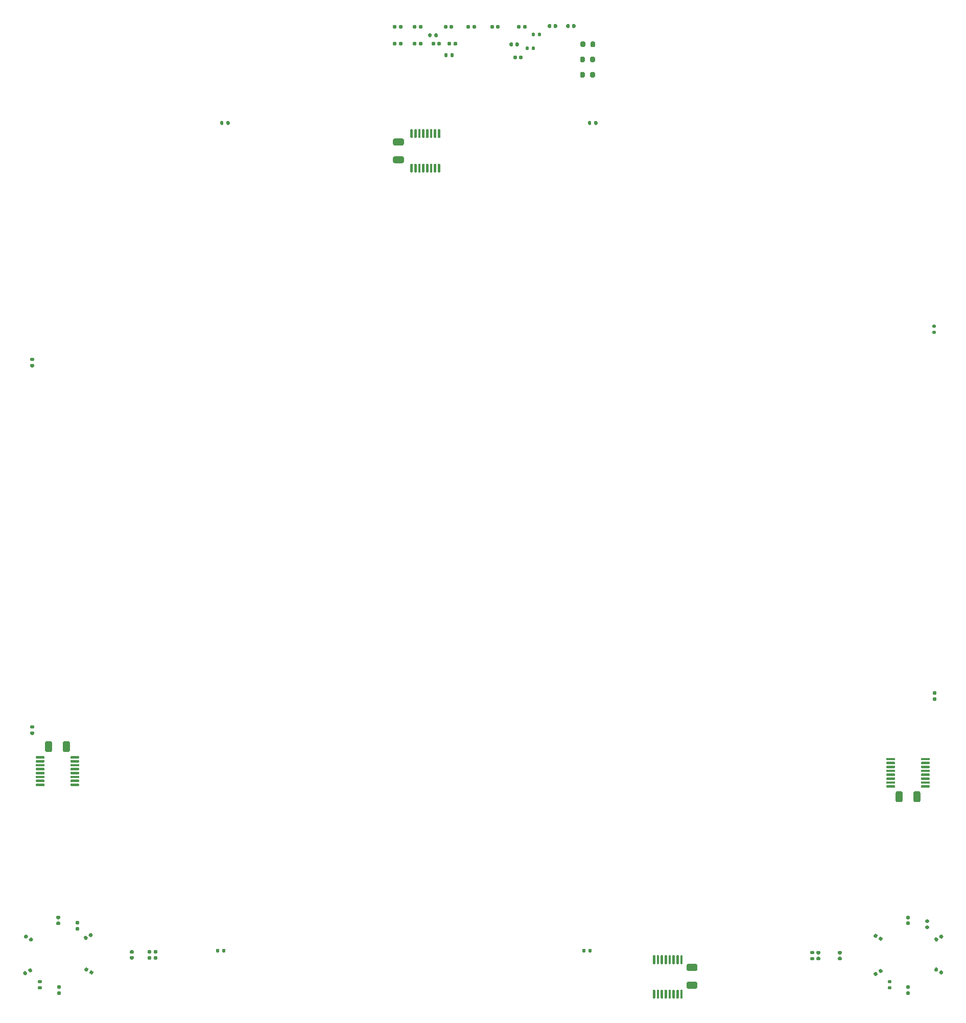
<source format=gbr>
G04 #@! TF.GenerationSoftware,KiCad,Pcbnew,(5.1.9)-1*
G04 #@! TF.CreationDate,2021-08-15T10:09:09-06:00*
G04 #@! TF.ProjectId,Buttons_DDI,42757474-6f6e-4735-9f44-44492e6b6963,rev?*
G04 #@! TF.SameCoordinates,Original*
G04 #@! TF.FileFunction,Paste,Top*
G04 #@! TF.FilePolarity,Positive*
%FSLAX46Y46*%
G04 Gerber Fmt 4.6, Leading zero omitted, Abs format (unit mm)*
G04 Created by KiCad (PCBNEW (5.1.9)-1) date 2021-08-15 10:09:09*
%MOMM*%
%LPD*%
G01*
G04 APERTURE LIST*
G04 APERTURE END LIST*
G36*
G01*
X225474926Y229730564D02*
X225474926Y230280564D01*
G75*
G02*
X225674926Y230480564I200000J0D01*
G01*
X226074926Y230480564D01*
G75*
G02*
X226274926Y230280564I0J-200000D01*
G01*
X226274926Y229730564D01*
G75*
G02*
X226074926Y229530564I-200000J0D01*
G01*
X225674926Y229530564D01*
G75*
G02*
X225474926Y229730564I0J200000D01*
G01*
G37*
G36*
G01*
X223824926Y229730564D02*
X223824926Y230280564D01*
G75*
G02*
X224024926Y230480564I200000J0D01*
G01*
X224424926Y230480564D01*
G75*
G02*
X224624926Y230280564I0J-200000D01*
G01*
X224624926Y229730564D01*
G75*
G02*
X224424926Y229530564I-200000J0D01*
G01*
X224024926Y229530564D01*
G75*
G02*
X223824926Y229730564I0J200000D01*
G01*
G37*
G36*
G01*
X193009690Y211419824D02*
X194309692Y211419824D01*
G75*
G02*
X194559691Y211169825I0J-249999D01*
G01*
X194559691Y210519823D01*
G75*
G02*
X194309692Y210269824I-249999J0D01*
G01*
X193009690Y210269824D01*
G75*
G02*
X192759691Y210519823I0J249999D01*
G01*
X192759691Y211169825D01*
G75*
G02*
X193009690Y211419824I249999J0D01*
G01*
G37*
G36*
G01*
X193009690Y214369824D02*
X194309692Y214369824D01*
G75*
G02*
X194559691Y214119825I0J-249999D01*
G01*
X194559691Y213469823D01*
G75*
G02*
X194309692Y213219824I-249999J0D01*
G01*
X193009690Y213219824D01*
G75*
G02*
X192759691Y213469823I0J249999D01*
G01*
X192759691Y214119825D01*
G75*
G02*
X193009690Y214369824I249999J0D01*
G01*
G37*
G36*
G01*
X139194691Y114163825D02*
X139194691Y112863823D01*
G75*
G02*
X138944692Y112613824I-249999J0D01*
G01*
X138294690Y112613824D01*
G75*
G02*
X138044691Y112863823I0J249999D01*
G01*
X138044691Y114163825D01*
G75*
G02*
X138294690Y114413824I249999J0D01*
G01*
X138944692Y114413824D01*
G75*
G02*
X139194691Y114163825I0J-249999D01*
G01*
G37*
G36*
G01*
X136244691Y114163825D02*
X136244691Y112863823D01*
G75*
G02*
X135994692Y112613824I-249999J0D01*
G01*
X135344690Y112613824D01*
G75*
G02*
X135094691Y112863823I0J249999D01*
G01*
X135094691Y114163825D01*
G75*
G02*
X135344690Y114413824I249999J0D01*
G01*
X135994692Y114413824D01*
G75*
G02*
X136244691Y114163825I0J-249999D01*
G01*
G37*
G36*
G01*
X242950692Y76313824D02*
X241650690Y76313824D01*
G75*
G02*
X241400691Y76563823I0J249999D01*
G01*
X241400691Y77213825D01*
G75*
G02*
X241650690Y77463824I249999J0D01*
G01*
X242950692Y77463824D01*
G75*
G02*
X243200691Y77213825I0J-249999D01*
G01*
X243200691Y76563823D01*
G75*
G02*
X242950692Y76313824I-249999J0D01*
G01*
G37*
G36*
G01*
X242950692Y73363824D02*
X241650690Y73363824D01*
G75*
G02*
X241400691Y73613823I0J249999D01*
G01*
X241400691Y74263825D01*
G75*
G02*
X241650690Y74513824I249999J0D01*
G01*
X242950692Y74513824D01*
G75*
G02*
X243200691Y74263825I0J-249999D01*
G01*
X243200691Y73613823D01*
G75*
G02*
X242950692Y73363824I-249999J0D01*
G01*
G37*
G36*
G01*
X276064691Y104545323D02*
X276064691Y105845325D01*
G75*
G02*
X276314690Y106095324I249999J0D01*
G01*
X276964692Y106095324D01*
G75*
G02*
X277214691Y105845325I0J-249999D01*
G01*
X277214691Y104545323D01*
G75*
G02*
X276964692Y104295324I-249999J0D01*
G01*
X276314690Y104295324D01*
G75*
G02*
X276064691Y104545323I0J249999D01*
G01*
G37*
G36*
G01*
X279014691Y104545323D02*
X279014691Y105845325D01*
G75*
G02*
X279264690Y106095324I249999J0D01*
G01*
X279914692Y106095324D01*
G75*
G02*
X280164691Y105845325I0J-249999D01*
G01*
X280164691Y104545323D01*
G75*
G02*
X279914692Y104295324I-249999J0D01*
G01*
X279264690Y104295324D01*
G75*
G02*
X279014691Y104545323I0J249999D01*
G01*
G37*
G36*
G01*
X194312691Y233066324D02*
X194312691Y232721324D01*
G75*
G02*
X194165191Y232573824I-147500J0D01*
G01*
X193870191Y232573824D01*
G75*
G02*
X193722691Y232721324I0J147500D01*
G01*
X193722691Y233066324D01*
G75*
G02*
X193870191Y233213824I147500J0D01*
G01*
X194165191Y233213824D01*
G75*
G02*
X194312691Y233066324I0J-147500D01*
G01*
G37*
G36*
G01*
X193342691Y233066324D02*
X193342691Y232721324D01*
G75*
G02*
X193195191Y232573824I-147500J0D01*
G01*
X192900191Y232573824D01*
G75*
G02*
X192752691Y232721324I0J147500D01*
G01*
X192752691Y233066324D01*
G75*
G02*
X192900191Y233213824I147500J0D01*
G01*
X193195191Y233213824D01*
G75*
G02*
X193342691Y233066324I0J-147500D01*
G01*
G37*
G36*
G01*
X196644691Y233066324D02*
X196644691Y232721324D01*
G75*
G02*
X196497191Y232573824I-147500J0D01*
G01*
X196202191Y232573824D01*
G75*
G02*
X196054691Y232721324I0J147500D01*
G01*
X196054691Y233066324D01*
G75*
G02*
X196202191Y233213824I147500J0D01*
G01*
X196497191Y233213824D01*
G75*
G02*
X196644691Y233066324I0J-147500D01*
G01*
G37*
G36*
G01*
X197614691Y233066324D02*
X197614691Y232721324D01*
G75*
G02*
X197467191Y232573824I-147500J0D01*
G01*
X197172191Y232573824D01*
G75*
G02*
X197024691Y232721324I0J147500D01*
G01*
X197024691Y233066324D01*
G75*
G02*
X197172191Y233213824I147500J0D01*
G01*
X197467191Y233213824D01*
G75*
G02*
X197614691Y233066324I0J-147500D01*
G01*
G37*
G36*
G01*
X202717691Y233066324D02*
X202717691Y232721324D01*
G75*
G02*
X202570191Y232573824I-147500J0D01*
G01*
X202275191Y232573824D01*
G75*
G02*
X202127691Y232721324I0J147500D01*
G01*
X202127691Y233066324D01*
G75*
G02*
X202275191Y233213824I147500J0D01*
G01*
X202570191Y233213824D01*
G75*
G02*
X202717691Y233066324I0J-147500D01*
G01*
G37*
G36*
G01*
X201747691Y233066324D02*
X201747691Y232721324D01*
G75*
G02*
X201600191Y232573824I-147500J0D01*
G01*
X201305191Y232573824D01*
G75*
G02*
X201157691Y232721324I0J147500D01*
G01*
X201157691Y233066324D01*
G75*
G02*
X201305191Y233213824I147500J0D01*
G01*
X201600191Y233213824D01*
G75*
G02*
X201747691Y233066324I0J-147500D01*
G01*
G37*
G36*
G01*
X205534691Y233066324D02*
X205534691Y232721324D01*
G75*
G02*
X205387191Y232573824I-147500J0D01*
G01*
X205092191Y232573824D01*
G75*
G02*
X204944691Y232721324I0J147500D01*
G01*
X204944691Y233066324D01*
G75*
G02*
X205092191Y233213824I147500J0D01*
G01*
X205387191Y233213824D01*
G75*
G02*
X205534691Y233066324I0J-147500D01*
G01*
G37*
G36*
G01*
X206504691Y233066324D02*
X206504691Y232721324D01*
G75*
G02*
X206357191Y232573824I-147500J0D01*
G01*
X206062191Y232573824D01*
G75*
G02*
X205914691Y232721324I0J147500D01*
G01*
X205914691Y233066324D01*
G75*
G02*
X206062191Y233213824I147500J0D01*
G01*
X206357191Y233213824D01*
G75*
G02*
X206504691Y233066324I0J-147500D01*
G01*
G37*
G36*
G01*
X194312691Y230272324D02*
X194312691Y229927324D01*
G75*
G02*
X194165191Y229779824I-147500J0D01*
G01*
X193870191Y229779824D01*
G75*
G02*
X193722691Y229927324I0J147500D01*
G01*
X193722691Y230272324D01*
G75*
G02*
X193870191Y230419824I147500J0D01*
G01*
X194165191Y230419824D01*
G75*
G02*
X194312691Y230272324I0J-147500D01*
G01*
G37*
G36*
G01*
X193342691Y230272324D02*
X193342691Y229927324D01*
G75*
G02*
X193195191Y229779824I-147500J0D01*
G01*
X192900191Y229779824D01*
G75*
G02*
X192752691Y229927324I0J147500D01*
G01*
X192752691Y230272324D01*
G75*
G02*
X192900191Y230419824I147500J0D01*
G01*
X193195191Y230419824D01*
G75*
G02*
X193342691Y230272324I0J-147500D01*
G01*
G37*
G36*
G01*
X197614691Y230272324D02*
X197614691Y229927324D01*
G75*
G02*
X197467191Y229779824I-147500J0D01*
G01*
X197172191Y229779824D01*
G75*
G02*
X197024691Y229927324I0J147500D01*
G01*
X197024691Y230272324D01*
G75*
G02*
X197172191Y230419824I147500J0D01*
G01*
X197467191Y230419824D01*
G75*
G02*
X197614691Y230272324I0J-147500D01*
G01*
G37*
G36*
G01*
X196644691Y230272324D02*
X196644691Y229927324D01*
G75*
G02*
X196497191Y229779824I-147500J0D01*
G01*
X196202191Y229779824D01*
G75*
G02*
X196054691Y229927324I0J147500D01*
G01*
X196054691Y230272324D01*
G75*
G02*
X196202191Y230419824I147500J0D01*
G01*
X196497191Y230419824D01*
G75*
G02*
X196644691Y230272324I0J-147500D01*
G01*
G37*
G36*
G01*
X200685691Y230272324D02*
X200685691Y229927324D01*
G75*
G02*
X200538191Y229779824I-147500J0D01*
G01*
X200243191Y229779824D01*
G75*
G02*
X200095691Y229927324I0J147500D01*
G01*
X200095691Y230272324D01*
G75*
G02*
X200243191Y230419824I147500J0D01*
G01*
X200538191Y230419824D01*
G75*
G02*
X200685691Y230272324I0J-147500D01*
G01*
G37*
G36*
G01*
X199715691Y230272324D02*
X199715691Y229927324D01*
G75*
G02*
X199568191Y229779824I-147500J0D01*
G01*
X199273191Y229779824D01*
G75*
G02*
X199125691Y229927324I0J147500D01*
G01*
X199125691Y230272324D01*
G75*
G02*
X199273191Y230419824I147500J0D01*
G01*
X199568191Y230419824D01*
G75*
G02*
X199715691Y230272324I0J-147500D01*
G01*
G37*
G36*
G01*
X202382691Y230272324D02*
X202382691Y229927324D01*
G75*
G02*
X202235191Y229779824I-147500J0D01*
G01*
X201940191Y229779824D01*
G75*
G02*
X201792691Y229927324I0J147500D01*
G01*
X201792691Y230272324D01*
G75*
G02*
X201940191Y230419824I147500J0D01*
G01*
X202235191Y230419824D01*
G75*
G02*
X202382691Y230272324I0J-147500D01*
G01*
G37*
G36*
G01*
X203352691Y230272324D02*
X203352691Y229927324D01*
G75*
G02*
X203205191Y229779824I-147500J0D01*
G01*
X202910191Y229779824D01*
G75*
G02*
X202762691Y229927324I0J147500D01*
G01*
X202762691Y230272324D01*
G75*
G02*
X202910191Y230419824I147500J0D01*
G01*
X203205191Y230419824D01*
G75*
G02*
X203352691Y230272324I0J-147500D01*
G01*
G37*
G36*
G01*
X222424691Y232848324D02*
X222424691Y233193324D01*
G75*
G02*
X222572191Y233340824I147500J0D01*
G01*
X222867191Y233340824D01*
G75*
G02*
X223014691Y233193324I0J-147500D01*
G01*
X223014691Y232848324D01*
G75*
G02*
X222867191Y232700824I-147500J0D01*
G01*
X222572191Y232700824D01*
G75*
G02*
X222424691Y232848324I0J147500D01*
G01*
G37*
G36*
G01*
X221454691Y232848324D02*
X221454691Y233193324D01*
G75*
G02*
X221602191Y233340824I147500J0D01*
G01*
X221897191Y233340824D01*
G75*
G02*
X222044691Y233193324I0J-147500D01*
G01*
X222044691Y232848324D01*
G75*
G02*
X221897191Y232700824I-147500J0D01*
G01*
X221602191Y232700824D01*
G75*
G02*
X221454691Y232848324I0J147500D01*
G01*
G37*
G36*
G01*
X218406691Y232848324D02*
X218406691Y233193324D01*
G75*
G02*
X218554191Y233340824I147500J0D01*
G01*
X218849191Y233340824D01*
G75*
G02*
X218996691Y233193324I0J-147500D01*
G01*
X218996691Y232848324D01*
G75*
G02*
X218849191Y232700824I-147500J0D01*
G01*
X218554191Y232700824D01*
G75*
G02*
X218406691Y232848324I0J147500D01*
G01*
G37*
G36*
G01*
X219376691Y232848324D02*
X219376691Y233193324D01*
G75*
G02*
X219524191Y233340824I147500J0D01*
G01*
X219819191Y233340824D01*
G75*
G02*
X219966691Y233193324I0J-147500D01*
G01*
X219966691Y232848324D01*
G75*
G02*
X219819191Y232700824I-147500J0D01*
G01*
X219524191Y232700824D01*
G75*
G02*
X219376691Y232848324I0J147500D01*
G01*
G37*
G36*
G01*
X214296691Y232721324D02*
X214296691Y233066324D01*
G75*
G02*
X214444191Y233213824I147500J0D01*
G01*
X214739191Y233213824D01*
G75*
G02*
X214886691Y233066324I0J-147500D01*
G01*
X214886691Y232721324D01*
G75*
G02*
X214739191Y232573824I-147500J0D01*
G01*
X214444191Y232573824D01*
G75*
G02*
X214296691Y232721324I0J147500D01*
G01*
G37*
G36*
G01*
X213326691Y232721324D02*
X213326691Y233066324D01*
G75*
G02*
X213474191Y233213824I147500J0D01*
G01*
X213769191Y233213824D01*
G75*
G02*
X213916691Y233066324I0J-147500D01*
G01*
X213916691Y232721324D01*
G75*
G02*
X213769191Y232573824I-147500J0D01*
G01*
X213474191Y232573824D01*
G75*
G02*
X213326691Y232721324I0J147500D01*
G01*
G37*
G36*
G01*
X208881691Y232721324D02*
X208881691Y233066324D01*
G75*
G02*
X209029191Y233213824I147500J0D01*
G01*
X209324191Y233213824D01*
G75*
G02*
X209471691Y233066324I0J-147500D01*
G01*
X209471691Y232721324D01*
G75*
G02*
X209324191Y232573824I-147500J0D01*
G01*
X209029191Y232573824D01*
G75*
G02*
X208881691Y232721324I0J147500D01*
G01*
G37*
G36*
G01*
X209851691Y232721324D02*
X209851691Y233066324D01*
G75*
G02*
X209999191Y233213824I147500J0D01*
G01*
X210294191Y233213824D01*
G75*
G02*
X210441691Y233066324I0J-147500D01*
G01*
X210441691Y232721324D01*
G75*
G02*
X210294191Y232573824I-147500J0D01*
G01*
X209999191Y232573824D01*
G75*
G02*
X209851691Y232721324I0J147500D01*
G01*
G37*
G36*
G01*
X213661691Y227641324D02*
X213661691Y227986324D01*
G75*
G02*
X213809191Y228133824I147500J0D01*
G01*
X214104191Y228133824D01*
G75*
G02*
X214251691Y227986324I0J-147500D01*
G01*
X214251691Y227641324D01*
G75*
G02*
X214104191Y227493824I-147500J0D01*
G01*
X213809191Y227493824D01*
G75*
G02*
X213661691Y227641324I0J147500D01*
G01*
G37*
G36*
G01*
X212691691Y227641324D02*
X212691691Y227986324D01*
G75*
G02*
X212839191Y228133824I147500J0D01*
G01*
X213134191Y228133824D01*
G75*
G02*
X213281691Y227986324I0J-147500D01*
G01*
X213281691Y227641324D01*
G75*
G02*
X213134191Y227493824I-147500J0D01*
G01*
X212839191Y227493824D01*
G75*
G02*
X212691691Y227641324I0J147500D01*
G01*
G37*
G36*
G01*
X213616691Y230145324D02*
X213616691Y229800324D01*
G75*
G02*
X213469191Y229652824I-147500J0D01*
G01*
X213174191Y229652824D01*
G75*
G02*
X213026691Y229800324I0J147500D01*
G01*
X213026691Y230145324D01*
G75*
G02*
X213174191Y230292824I147500J0D01*
G01*
X213469191Y230292824D01*
G75*
G02*
X213616691Y230145324I0J-147500D01*
G01*
G37*
G36*
G01*
X212646691Y230145324D02*
X212646691Y229800324D01*
G75*
G02*
X212499191Y229652824I-147500J0D01*
G01*
X212204191Y229652824D01*
G75*
G02*
X212056691Y229800324I0J147500D01*
G01*
X212056691Y230145324D01*
G75*
G02*
X212204191Y230292824I147500J0D01*
G01*
X212499191Y230292824D01*
G75*
G02*
X212646691Y230145324I0J-147500D01*
G01*
G37*
G36*
G01*
X137444191Y83904824D02*
X137099191Y83904824D01*
G75*
G02*
X136951691Y84052324I0J147500D01*
G01*
X136951691Y84347324D01*
G75*
G02*
X137099191Y84494824I147500J0D01*
G01*
X137444191Y84494824D01*
G75*
G02*
X137591691Y84347324I0J-147500D01*
G01*
X137591691Y84052324D01*
G75*
G02*
X137444191Y83904824I-147500J0D01*
G01*
G37*
G36*
G01*
X137444191Y84874824D02*
X137099191Y84874824D01*
G75*
G02*
X136951691Y85022324I0J147500D01*
G01*
X136951691Y85317324D01*
G75*
G02*
X137099191Y85464824I147500J0D01*
G01*
X137444191Y85464824D01*
G75*
G02*
X137591691Y85317324I0J-147500D01*
G01*
X137591691Y85022324D01*
G75*
G02*
X137444191Y84874824I-147500J0D01*
G01*
G37*
G36*
G01*
X132240397Y82008213D02*
X132067897Y81709435D01*
G75*
G02*
X131866408Y81655446I-127739J73750D01*
G01*
X131610930Y81802946D01*
G75*
G02*
X131556941Y82004435I73750J127739D01*
G01*
X131729441Y82303213D01*
G75*
G02*
X131930930Y82357202I127739J-73750D01*
G01*
X132186408Y82209702D01*
G75*
G02*
X132240397Y82008213I-73750J-127739D01*
G01*
G37*
G36*
G01*
X133080441Y81523213D02*
X132907941Y81224435D01*
G75*
G02*
X132706452Y81170446I-127739J73750D01*
G01*
X132450974Y81317946D01*
G75*
G02*
X132396985Y81519435I73750J127739D01*
G01*
X132569485Y81818213D01*
G75*
G02*
X132770974Y81872202I127739J-73750D01*
G01*
X133026452Y81724702D01*
G75*
G02*
X133080441Y81523213I-73750J-127739D01*
G01*
G37*
G36*
G01*
X131940897Y76230213D02*
X132113397Y75931435D01*
G75*
G02*
X132059408Y75729946I-127739J-73750D01*
G01*
X131803930Y75582446D01*
G75*
G02*
X131602441Y75636435I-73750J127739D01*
G01*
X131429941Y75935213D01*
G75*
G02*
X131483930Y76136702I127739J73750D01*
G01*
X131739408Y76284202D01*
G75*
G02*
X131940897Y76230213I73750J-127739D01*
G01*
G37*
G36*
G01*
X132780941Y76715213D02*
X132953441Y76416435D01*
G75*
G02*
X132899452Y76214946I-127739J-73750D01*
G01*
X132643974Y76067446D01*
G75*
G02*
X132442485Y76121435I-73750J127739D01*
G01*
X132269985Y76420213D01*
G75*
G02*
X132323974Y76621702I127739J73750D01*
G01*
X132579452Y76769202D01*
G75*
G02*
X132780941Y76715213I73750J-127739D01*
G01*
G37*
G36*
G01*
X137226191Y73907824D02*
X137571191Y73907824D01*
G75*
G02*
X137718691Y73760324I0J-147500D01*
G01*
X137718691Y73465324D01*
G75*
G02*
X137571191Y73317824I-147500J0D01*
G01*
X137226191Y73317824D01*
G75*
G02*
X137078691Y73465324I0J147500D01*
G01*
X137078691Y73760324D01*
G75*
G02*
X137226191Y73907824I147500J0D01*
G01*
G37*
G36*
G01*
X137226191Y72937824D02*
X137571191Y72937824D01*
G75*
G02*
X137718691Y72790324I0J-147500D01*
G01*
X137718691Y72495324D01*
G75*
G02*
X137571191Y72347824I-147500J0D01*
G01*
X137226191Y72347824D01*
G75*
G02*
X137078691Y72495324I0J147500D01*
G01*
X137078691Y72790324D01*
G75*
G02*
X137226191Y72937824I147500J0D01*
G01*
G37*
G36*
G01*
X142429985Y76058435D02*
X142602485Y76357213D01*
G75*
G02*
X142803974Y76411202I127739J-73750D01*
G01*
X143059452Y76263702D01*
G75*
G02*
X143113441Y76062213I-73750J-127739D01*
G01*
X142940941Y75763435D01*
G75*
G02*
X142739452Y75709446I-127739J73750D01*
G01*
X142483974Y75856946D01*
G75*
G02*
X142429985Y76058435I73750J127739D01*
G01*
G37*
G36*
G01*
X141589941Y76543435D02*
X141762441Y76842213D01*
G75*
G02*
X141963930Y76896202I127739J-73750D01*
G01*
X142219408Y76748702D01*
G75*
G02*
X142273397Y76547213I-73750J-127739D01*
G01*
X142100897Y76248435D01*
G75*
G02*
X141899408Y76194446I-127739J73750D01*
G01*
X141643930Y76341946D01*
G75*
G02*
X141589941Y76543435I73750J127739D01*
G01*
G37*
G36*
G01*
X141635441Y81478435D02*
X141462941Y81777213D01*
G75*
G02*
X141516930Y81978702I127739J73750D01*
G01*
X141772408Y82126202D01*
G75*
G02*
X141973897Y82072213I73750J-127739D01*
G01*
X142146397Y81773435D01*
G75*
G02*
X142092408Y81571946I-127739J-73750D01*
G01*
X141836930Y81424446D01*
G75*
G02*
X141635441Y81478435I-73750J127739D01*
G01*
G37*
G36*
G01*
X142475485Y81963435D02*
X142302985Y82262213D01*
G75*
G02*
X142356974Y82463702I127739J73750D01*
G01*
X142612452Y82611202D01*
G75*
G02*
X142813941Y82557213I73750J-127739D01*
G01*
X142986441Y82258435D01*
G75*
G02*
X142932452Y82056946I-127739J-73750D01*
G01*
X142676974Y81909446D01*
G75*
G02*
X142475485Y81963435I-73750J127739D01*
G01*
G37*
G36*
G01*
X149636191Y79159824D02*
X149291191Y79159824D01*
G75*
G02*
X149143691Y79307324I0J147500D01*
G01*
X149143691Y79602324D01*
G75*
G02*
X149291191Y79749824I147500J0D01*
G01*
X149636191Y79749824D01*
G75*
G02*
X149783691Y79602324I0J-147500D01*
G01*
X149783691Y79307324D01*
G75*
G02*
X149636191Y79159824I-147500J0D01*
G01*
G37*
G36*
G01*
X149636191Y78189824D02*
X149291191Y78189824D01*
G75*
G02*
X149143691Y78337324I0J147500D01*
G01*
X149143691Y78632324D01*
G75*
G02*
X149291191Y78779824I147500J0D01*
G01*
X149636191Y78779824D01*
G75*
G02*
X149783691Y78632324I0J-147500D01*
G01*
X149783691Y78337324D01*
G75*
G02*
X149636191Y78189824I-147500J0D01*
G01*
G37*
G36*
G01*
X152557191Y78189824D02*
X152212191Y78189824D01*
G75*
G02*
X152064691Y78337324I0J147500D01*
G01*
X152064691Y78632324D01*
G75*
G02*
X152212191Y78779824I147500J0D01*
G01*
X152557191Y78779824D01*
G75*
G02*
X152704691Y78632324I0J-147500D01*
G01*
X152704691Y78337324D01*
G75*
G02*
X152557191Y78189824I-147500J0D01*
G01*
G37*
G36*
G01*
X152557191Y79159824D02*
X152212191Y79159824D01*
G75*
G02*
X152064691Y79307324I0J147500D01*
G01*
X152064691Y79602324D01*
G75*
G02*
X152212191Y79749824I147500J0D01*
G01*
X152557191Y79749824D01*
G75*
G02*
X152704691Y79602324I0J-147500D01*
G01*
X152704691Y79307324D01*
G75*
G02*
X152557191Y79159824I-147500J0D01*
G01*
G37*
G36*
G01*
X278287191Y84874824D02*
X277942191Y84874824D01*
G75*
G02*
X277794691Y85022324I0J147500D01*
G01*
X277794691Y85317324D01*
G75*
G02*
X277942191Y85464824I147500J0D01*
G01*
X278287191Y85464824D01*
G75*
G02*
X278434691Y85317324I0J-147500D01*
G01*
X278434691Y85022324D01*
G75*
G02*
X278287191Y84874824I-147500J0D01*
G01*
G37*
G36*
G01*
X278287191Y83904824D02*
X277942191Y83904824D01*
G75*
G02*
X277794691Y84052324I0J147500D01*
G01*
X277794691Y84347324D01*
G75*
G02*
X277942191Y84494824I147500J0D01*
G01*
X278287191Y84494824D01*
G75*
G02*
X278434691Y84347324I0J-147500D01*
G01*
X278434691Y84052324D01*
G75*
G02*
X278287191Y83904824I-147500J0D01*
G01*
G37*
G36*
G01*
X273923441Y81650213D02*
X273750941Y81351435D01*
G75*
G02*
X273549452Y81297446I-127739J73750D01*
G01*
X273293974Y81444946D01*
G75*
G02*
X273239985Y81646435I73750J127739D01*
G01*
X273412485Y81945213D01*
G75*
G02*
X273613974Y81999202I127739J-73750D01*
G01*
X273869452Y81851702D01*
G75*
G02*
X273923441Y81650213I-73750J-127739D01*
G01*
G37*
G36*
G01*
X273083397Y82135213D02*
X272910897Y81836435D01*
G75*
G02*
X272709408Y81782446I-127739J73750D01*
G01*
X272453930Y81929946D01*
G75*
G02*
X272399941Y82131435I73750J127739D01*
G01*
X272572441Y82430213D01*
G75*
G02*
X272773930Y82484202I127739J-73750D01*
G01*
X273029408Y82336702D01*
G75*
G02*
X273083397Y82135213I-73750J-127739D01*
G01*
G37*
G36*
G01*
X272910897Y76103213D02*
X273083397Y75804435D01*
G75*
G02*
X273029408Y75602946I-127739J-73750D01*
G01*
X272773930Y75455446D01*
G75*
G02*
X272572441Y75509435I-73750J127739D01*
G01*
X272399941Y75808213D01*
G75*
G02*
X272453930Y76009702I127739J73750D01*
G01*
X272709408Y76157202D01*
G75*
G02*
X272910897Y76103213I73750J-127739D01*
G01*
G37*
G36*
G01*
X273750941Y76588213D02*
X273923441Y76289435D01*
G75*
G02*
X273869452Y76087946I-127739J-73750D01*
G01*
X273613974Y75940446D01*
G75*
G02*
X273412485Y75994435I-73750J127739D01*
G01*
X273239985Y76293213D01*
G75*
G02*
X273293974Y76494702I127739J73750D01*
G01*
X273549452Y76642202D01*
G75*
G02*
X273750941Y76588213I73750J-127739D01*
G01*
G37*
G36*
G01*
X277942191Y73907824D02*
X278287191Y73907824D01*
G75*
G02*
X278434691Y73760324I0J-147500D01*
G01*
X278434691Y73465324D01*
G75*
G02*
X278287191Y73317824I-147500J0D01*
G01*
X277942191Y73317824D01*
G75*
G02*
X277794691Y73465324I0J147500D01*
G01*
X277794691Y73760324D01*
G75*
G02*
X277942191Y73907824I147500J0D01*
G01*
G37*
G36*
G01*
X277942191Y72937824D02*
X278287191Y72937824D01*
G75*
G02*
X278434691Y72790324I0J-147500D01*
G01*
X278434691Y72495324D01*
G75*
G02*
X278287191Y72347824I-147500J0D01*
G01*
X277942191Y72347824D01*
G75*
G02*
X277794691Y72495324I0J147500D01*
G01*
X277794691Y72790324D01*
G75*
G02*
X277942191Y72937824I147500J0D01*
G01*
G37*
G36*
G01*
X283272985Y76058435D02*
X283445485Y76357213D01*
G75*
G02*
X283646974Y76411202I127739J-73750D01*
G01*
X283902452Y76263702D01*
G75*
G02*
X283956441Y76062213I-73750J-127739D01*
G01*
X283783941Y75763435D01*
G75*
G02*
X283582452Y75709446I-127739J73750D01*
G01*
X283326974Y75856946D01*
G75*
G02*
X283272985Y76058435I73750J127739D01*
G01*
G37*
G36*
G01*
X282432941Y76543435D02*
X282605441Y76842213D01*
G75*
G02*
X282806930Y76896202I127739J-73750D01*
G01*
X283062408Y76748702D01*
G75*
G02*
X283116397Y76547213I-73750J-127739D01*
G01*
X282943897Y76248435D01*
G75*
G02*
X282742408Y76194446I-127739J73750D01*
G01*
X282486930Y76341946D01*
G75*
G02*
X282432941Y76543435I73750J127739D01*
G01*
G37*
G36*
G01*
X283445485Y81709435D02*
X283272985Y82008213D01*
G75*
G02*
X283326974Y82209702I127739J73750D01*
G01*
X283582452Y82357202D01*
G75*
G02*
X283783941Y82303213I73750J-127739D01*
G01*
X283956441Y82004435D01*
G75*
G02*
X283902452Y81802946I-127739J-73750D01*
G01*
X283646974Y81655446D01*
G75*
G02*
X283445485Y81709435I-73750J127739D01*
G01*
G37*
G36*
G01*
X282605441Y81224435D02*
X282432941Y81523213D01*
G75*
G02*
X282486930Y81724702I127739J73750D01*
G01*
X282742408Y81872202D01*
G75*
G02*
X282943897Y81818213I73750J-127739D01*
G01*
X283116397Y81519435D01*
G75*
G02*
X283062408Y81317946I-127739J-73750D01*
G01*
X282806930Y81170446D01*
G75*
G02*
X282605441Y81224435I-73750J127739D01*
G01*
G37*
G36*
G01*
X266984191Y79032824D02*
X266639191Y79032824D01*
G75*
G02*
X266491691Y79180324I0J147500D01*
G01*
X266491691Y79475324D01*
G75*
G02*
X266639191Y79622824I147500J0D01*
G01*
X266984191Y79622824D01*
G75*
G02*
X267131691Y79475324I0J-147500D01*
G01*
X267131691Y79180324D01*
G75*
G02*
X266984191Y79032824I-147500J0D01*
G01*
G37*
G36*
G01*
X266984191Y78062824D02*
X266639191Y78062824D01*
G75*
G02*
X266491691Y78210324I0J147500D01*
G01*
X266491691Y78505324D01*
G75*
G02*
X266639191Y78652824I147500J0D01*
G01*
X266984191Y78652824D01*
G75*
G02*
X267131691Y78505324I0J-147500D01*
G01*
X267131691Y78210324D01*
G75*
G02*
X266984191Y78062824I-147500J0D01*
G01*
G37*
G36*
G01*
X263428191Y78062824D02*
X263083191Y78062824D01*
G75*
G02*
X262935691Y78210324I0J147500D01*
G01*
X262935691Y78505324D01*
G75*
G02*
X263083191Y78652824I147500J0D01*
G01*
X263428191Y78652824D01*
G75*
G02*
X263575691Y78505324I0J-147500D01*
G01*
X263575691Y78210324D01*
G75*
G02*
X263428191Y78062824I-147500J0D01*
G01*
G37*
G36*
G01*
X263428191Y79032824D02*
X263083191Y79032824D01*
G75*
G02*
X262935691Y79180324I0J147500D01*
G01*
X262935691Y79475324D01*
G75*
G02*
X263083191Y79622824I147500J0D01*
G01*
X263428191Y79622824D01*
G75*
G02*
X263575691Y79475324I0J-147500D01*
G01*
X263575691Y79180324D01*
G75*
G02*
X263428191Y79032824I-147500J0D01*
G01*
G37*
G36*
G01*
X223761926Y227190564D02*
X223761926Y227740564D01*
G75*
G02*
X223961926Y227940564I200000J0D01*
G01*
X224361926Y227940564D01*
G75*
G02*
X224561926Y227740564I0J-200000D01*
G01*
X224561926Y227190564D01*
G75*
G02*
X224361926Y226990564I-200000J0D01*
G01*
X223961926Y226990564D01*
G75*
G02*
X223761926Y227190564I0J200000D01*
G01*
G37*
G36*
G01*
X225411926Y227190564D02*
X225411926Y227740564D01*
G75*
G02*
X225611926Y227940564I200000J0D01*
G01*
X226011926Y227940564D01*
G75*
G02*
X226211926Y227740564I0J-200000D01*
G01*
X226211926Y227190564D01*
G75*
G02*
X226011926Y226990564I-200000J0D01*
G01*
X225611926Y226990564D01*
G75*
G02*
X225411926Y227190564I0J200000D01*
G01*
G37*
G36*
G01*
X225411926Y224650564D02*
X225411926Y225200564D01*
G75*
G02*
X225611926Y225400564I200000J0D01*
G01*
X226011926Y225400564D01*
G75*
G02*
X226211926Y225200564I0J-200000D01*
G01*
X226211926Y224650564D01*
G75*
G02*
X226011926Y224450564I-200000J0D01*
G01*
X225611926Y224450564D01*
G75*
G02*
X225411926Y224650564I0J200000D01*
G01*
G37*
G36*
G01*
X223761926Y224650564D02*
X223761926Y225200564D01*
G75*
G02*
X223961926Y225400564I200000J0D01*
G01*
X224361926Y225400564D01*
G75*
G02*
X224561926Y225200564I0J-200000D01*
G01*
X224561926Y224650564D01*
G75*
G02*
X224361926Y224450564I-200000J0D01*
G01*
X223961926Y224450564D01*
G75*
G02*
X223761926Y224650564I0J200000D01*
G01*
G37*
G36*
G01*
X164114191Y216770324D02*
X164114191Y217140324D01*
G75*
G02*
X164249191Y217275324I135000J0D01*
G01*
X164519191Y217275324D01*
G75*
G02*
X164654191Y217140324I0J-135000D01*
G01*
X164654191Y216770324D01*
G75*
G02*
X164519191Y216635324I-135000J0D01*
G01*
X164249191Y216635324D01*
G75*
G02*
X164114191Y216770324I0J135000D01*
G01*
G37*
G36*
G01*
X165134191Y216770324D02*
X165134191Y217140324D01*
G75*
G02*
X165269191Y217275324I135000J0D01*
G01*
X165539191Y217275324D01*
G75*
G02*
X165674191Y217140324I0J-135000D01*
G01*
X165674191Y216770324D01*
G75*
G02*
X165539191Y216635324I-135000J0D01*
G01*
X165269191Y216635324D01*
G75*
G02*
X165134191Y216770324I0J135000D01*
G01*
G37*
G36*
G01*
X226094191Y216770324D02*
X226094191Y217140324D01*
G75*
G02*
X226229191Y217275324I135000J0D01*
G01*
X226499191Y217275324D01*
G75*
G02*
X226634191Y217140324I0J-135000D01*
G01*
X226634191Y216770324D01*
G75*
G02*
X226499191Y216635324I-135000J0D01*
G01*
X226229191Y216635324D01*
G75*
G02*
X226094191Y216770324I0J135000D01*
G01*
G37*
G36*
G01*
X225074191Y216770324D02*
X225074191Y217140324D01*
G75*
G02*
X225209191Y217275324I135000J0D01*
G01*
X225479191Y217275324D01*
G75*
G02*
X225614191Y217140324I0J-135000D01*
G01*
X225614191Y216770324D01*
G75*
G02*
X225479191Y216635324I-135000J0D01*
G01*
X225209191Y216635324D01*
G75*
G02*
X225074191Y216770324I0J135000D01*
G01*
G37*
G36*
G01*
X282247691Y182488824D02*
X282617691Y182488824D01*
G75*
G02*
X282752691Y182353824I0J-135000D01*
G01*
X282752691Y182083824D01*
G75*
G02*
X282617691Y181948824I-135000J0D01*
G01*
X282247691Y181948824D01*
G75*
G02*
X282112691Y182083824I0J135000D01*
G01*
X282112691Y182353824D01*
G75*
G02*
X282247691Y182488824I135000J0D01*
G01*
G37*
G36*
G01*
X282247691Y183508824D02*
X282617691Y183508824D01*
G75*
G02*
X282752691Y183373824I0J-135000D01*
G01*
X282752691Y183103824D01*
G75*
G02*
X282617691Y182968824I-135000J0D01*
G01*
X282247691Y182968824D01*
G75*
G02*
X282112691Y183103824I0J135000D01*
G01*
X282112691Y183373824D01*
G75*
G02*
X282247691Y183508824I135000J0D01*
G01*
G37*
G36*
G01*
X282311191Y122675824D02*
X282681191Y122675824D01*
G75*
G02*
X282816191Y122540824I0J-135000D01*
G01*
X282816191Y122270824D01*
G75*
G02*
X282681191Y122135824I-135000J0D01*
G01*
X282311191Y122135824D01*
G75*
G02*
X282176191Y122270824I0J135000D01*
G01*
X282176191Y122540824D01*
G75*
G02*
X282311191Y122675824I135000J0D01*
G01*
G37*
G36*
G01*
X282311191Y121655824D02*
X282681191Y121655824D01*
G75*
G02*
X282816191Y121520824I0J-135000D01*
G01*
X282816191Y121250824D01*
G75*
G02*
X282681191Y121115824I-135000J0D01*
G01*
X282311191Y121115824D01*
G75*
G02*
X282176191Y121250824I0J135000D01*
G01*
X282176191Y121520824D01*
G75*
G02*
X282311191Y121655824I135000J0D01*
G01*
G37*
G36*
G01*
X164435691Y79483324D02*
X164435691Y79853324D01*
G75*
G02*
X164570691Y79988324I135000J0D01*
G01*
X164840691Y79988324D01*
G75*
G02*
X164975691Y79853324I0J-135000D01*
G01*
X164975691Y79483324D01*
G75*
G02*
X164840691Y79348324I-135000J0D01*
G01*
X164570691Y79348324D01*
G75*
G02*
X164435691Y79483324I0J135000D01*
G01*
G37*
G36*
G01*
X163415691Y79483324D02*
X163415691Y79853324D01*
G75*
G02*
X163550691Y79988324I135000J0D01*
G01*
X163820691Y79988324D01*
G75*
G02*
X163955691Y79853324I0J-135000D01*
G01*
X163955691Y79483324D01*
G75*
G02*
X163820691Y79348324I-135000J0D01*
G01*
X163550691Y79348324D01*
G75*
G02*
X163415691Y79483324I0J135000D01*
G01*
G37*
G36*
G01*
X225141691Y79483324D02*
X225141691Y79853324D01*
G75*
G02*
X225276691Y79988324I135000J0D01*
G01*
X225546691Y79988324D01*
G75*
G02*
X225681691Y79853324I0J-135000D01*
G01*
X225681691Y79483324D01*
G75*
G02*
X225546691Y79348324I-135000J0D01*
G01*
X225276691Y79348324D01*
G75*
G02*
X225141691Y79483324I0J135000D01*
G01*
G37*
G36*
G01*
X224121691Y79483324D02*
X224121691Y79853324D01*
G75*
G02*
X224256691Y79988324I135000J0D01*
G01*
X224526691Y79988324D01*
G75*
G02*
X224661691Y79853324I0J-135000D01*
G01*
X224661691Y79483324D01*
G75*
G02*
X224526691Y79348324I-135000J0D01*
G01*
X224256691Y79348324D01*
G75*
G02*
X224121691Y79483324I0J135000D01*
G01*
G37*
G36*
G01*
X133138691Y176424324D02*
X132768691Y176424324D01*
G75*
G02*
X132633691Y176559324I0J135000D01*
G01*
X132633691Y176829324D01*
G75*
G02*
X132768691Y176964324I135000J0D01*
G01*
X133138691Y176964324D01*
G75*
G02*
X133273691Y176829324I0J-135000D01*
G01*
X133273691Y176559324D01*
G75*
G02*
X133138691Y176424324I-135000J0D01*
G01*
G37*
G36*
G01*
X133138691Y177444324D02*
X132768691Y177444324D01*
G75*
G02*
X132633691Y177579324I0J135000D01*
G01*
X132633691Y177849324D01*
G75*
G02*
X132768691Y177984324I135000J0D01*
G01*
X133138691Y177984324D01*
G75*
G02*
X133273691Y177849324I0J-135000D01*
G01*
X133273691Y177579324D01*
G75*
G02*
X133138691Y177444324I-135000J0D01*
G01*
G37*
G36*
G01*
X133138691Y116484324D02*
X132768691Y116484324D01*
G75*
G02*
X132633691Y116619324I0J135000D01*
G01*
X132633691Y116889324D01*
G75*
G02*
X132768691Y117024324I135000J0D01*
G01*
X133138691Y117024324D01*
G75*
G02*
X133273691Y116889324I0J-135000D01*
G01*
X133273691Y116619324D01*
G75*
G02*
X133138691Y116484324I-135000J0D01*
G01*
G37*
G36*
G01*
X133138691Y115464324D02*
X132768691Y115464324D01*
G75*
G02*
X132633691Y115599324I0J135000D01*
G01*
X132633691Y115869324D01*
G75*
G02*
X132768691Y116004324I135000J0D01*
G01*
X133138691Y116004324D01*
G75*
G02*
X133273691Y115869324I0J-135000D01*
G01*
X133273691Y115599324D01*
G75*
G02*
X133138691Y115464324I-135000J0D01*
G01*
G37*
G36*
G01*
X199136691Y231681824D02*
X199136691Y231311824D01*
G75*
G02*
X199001691Y231176824I-135000J0D01*
G01*
X198731691Y231176824D01*
G75*
G02*
X198596691Y231311824I0J135000D01*
G01*
X198596691Y231681824D01*
G75*
G02*
X198731691Y231816824I135000J0D01*
G01*
X199001691Y231816824D01*
G75*
G02*
X199136691Y231681824I0J-135000D01*
G01*
G37*
G36*
G01*
X200156691Y231681824D02*
X200156691Y231311824D01*
G75*
G02*
X200021691Y231176824I-135000J0D01*
G01*
X199751691Y231176824D01*
G75*
G02*
X199616691Y231311824I0J135000D01*
G01*
X199616691Y231681824D01*
G75*
G02*
X199751691Y231816824I135000J0D01*
G01*
X200021691Y231816824D01*
G75*
G02*
X200156691Y231681824I0J-135000D01*
G01*
G37*
G36*
G01*
X201801691Y228379824D02*
X201801691Y228009824D01*
G75*
G02*
X201666691Y227874824I-135000J0D01*
G01*
X201396691Y227874824D01*
G75*
G02*
X201261691Y228009824I0J135000D01*
G01*
X201261691Y228379824D01*
G75*
G02*
X201396691Y228514824I135000J0D01*
G01*
X201666691Y228514824D01*
G75*
G02*
X201801691Y228379824I0J-135000D01*
G01*
G37*
G36*
G01*
X202821691Y228379824D02*
X202821691Y228009824D01*
G75*
G02*
X202686691Y227874824I-135000J0D01*
G01*
X202416691Y227874824D01*
G75*
G02*
X202281691Y228009824I0J135000D01*
G01*
X202281691Y228379824D01*
G75*
G02*
X202416691Y228514824I135000J0D01*
G01*
X202686691Y228514824D01*
G75*
G02*
X202821691Y228379824I0J-135000D01*
G01*
G37*
G36*
G01*
X215739691Y231438824D02*
X215739691Y231808824D01*
G75*
G02*
X215874691Y231943824I135000J0D01*
G01*
X216144691Y231943824D01*
G75*
G02*
X216279691Y231808824I0J-135000D01*
G01*
X216279691Y231438824D01*
G75*
G02*
X216144691Y231303824I-135000J0D01*
G01*
X215874691Y231303824D01*
G75*
G02*
X215739691Y231438824I0J135000D01*
G01*
G37*
G36*
G01*
X216759691Y231438824D02*
X216759691Y231808824D01*
G75*
G02*
X216894691Y231943824I135000J0D01*
G01*
X217164691Y231943824D01*
G75*
G02*
X217299691Y231808824I0J-135000D01*
G01*
X217299691Y231438824D01*
G75*
G02*
X217164691Y231303824I-135000J0D01*
G01*
X216894691Y231303824D01*
G75*
G02*
X216759691Y231438824I0J135000D01*
G01*
G37*
G36*
G01*
X214723691Y229152824D02*
X214723691Y229522824D01*
G75*
G02*
X214858691Y229657824I135000J0D01*
G01*
X215128691Y229657824D01*
G75*
G02*
X215263691Y229522824I0J-135000D01*
G01*
X215263691Y229152824D01*
G75*
G02*
X215128691Y229017824I-135000J0D01*
G01*
X214858691Y229017824D01*
G75*
G02*
X214723691Y229152824I0J135000D01*
G01*
G37*
G36*
G01*
X215743691Y229152824D02*
X215743691Y229522824D01*
G75*
G02*
X215878691Y229657824I135000J0D01*
G01*
X216148691Y229657824D01*
G75*
G02*
X216283691Y229522824I0J-135000D01*
G01*
X216283691Y229152824D01*
G75*
G02*
X216148691Y229017824I-135000J0D01*
G01*
X215878691Y229017824D01*
G75*
G02*
X215743691Y229152824I0J135000D01*
G01*
G37*
G36*
G01*
X134038691Y74796824D02*
X134408691Y74796824D01*
G75*
G02*
X134543691Y74661824I0J-135000D01*
G01*
X134543691Y74391824D01*
G75*
G02*
X134408691Y74256824I-135000J0D01*
G01*
X134038691Y74256824D01*
G75*
G02*
X133903691Y74391824I0J135000D01*
G01*
X133903691Y74661824D01*
G75*
G02*
X134038691Y74796824I135000J0D01*
G01*
G37*
G36*
G01*
X134038691Y73776824D02*
X134408691Y73776824D01*
G75*
G02*
X134543691Y73641824I0J-135000D01*
G01*
X134543691Y73371824D01*
G75*
G02*
X134408691Y73236824I-135000J0D01*
G01*
X134038691Y73236824D01*
G75*
G02*
X133903691Y73371824I0J135000D01*
G01*
X133903691Y73641824D01*
G75*
G02*
X134038691Y73776824I135000J0D01*
G01*
G37*
G36*
G01*
X140631691Y83015824D02*
X140261691Y83015824D01*
G75*
G02*
X140126691Y83150824I0J135000D01*
G01*
X140126691Y83420824D01*
G75*
G02*
X140261691Y83555824I135000J0D01*
G01*
X140631691Y83555824D01*
G75*
G02*
X140766691Y83420824I0J-135000D01*
G01*
X140766691Y83150824D01*
G75*
G02*
X140631691Y83015824I-135000J0D01*
G01*
G37*
G36*
G01*
X140631691Y84035824D02*
X140261691Y84035824D01*
G75*
G02*
X140126691Y84170824I0J135000D01*
G01*
X140126691Y84440824D01*
G75*
G02*
X140261691Y84575824I135000J0D01*
G01*
X140631691Y84575824D01*
G75*
G02*
X140766691Y84440824I0J-135000D01*
G01*
X140766691Y84170824D01*
G75*
G02*
X140631691Y84035824I-135000J0D01*
G01*
G37*
G36*
G01*
X153585691Y78189824D02*
X153215691Y78189824D01*
G75*
G02*
X153080691Y78324824I0J135000D01*
G01*
X153080691Y78594824D01*
G75*
G02*
X153215691Y78729824I135000J0D01*
G01*
X153585691Y78729824D01*
G75*
G02*
X153720691Y78594824I0J-135000D01*
G01*
X153720691Y78324824D01*
G75*
G02*
X153585691Y78189824I-135000J0D01*
G01*
G37*
G36*
G01*
X153585691Y79209824D02*
X153215691Y79209824D01*
G75*
G02*
X153080691Y79344824I0J135000D01*
G01*
X153080691Y79614824D01*
G75*
G02*
X153215691Y79749824I135000J0D01*
G01*
X153585691Y79749824D01*
G75*
G02*
X153720691Y79614824I0J-135000D01*
G01*
X153720691Y79344824D01*
G75*
G02*
X153585691Y79209824I-135000J0D01*
G01*
G37*
G36*
G01*
X274881691Y74796824D02*
X275251691Y74796824D01*
G75*
G02*
X275386691Y74661824I0J-135000D01*
G01*
X275386691Y74391824D01*
G75*
G02*
X275251691Y74256824I-135000J0D01*
G01*
X274881691Y74256824D01*
G75*
G02*
X274746691Y74391824I0J135000D01*
G01*
X274746691Y74661824D01*
G75*
G02*
X274881691Y74796824I135000J0D01*
G01*
G37*
G36*
G01*
X274881691Y73776824D02*
X275251691Y73776824D01*
G75*
G02*
X275386691Y73641824I0J-135000D01*
G01*
X275386691Y73371824D01*
G75*
G02*
X275251691Y73236824I-135000J0D01*
G01*
X274881691Y73236824D01*
G75*
G02*
X274746691Y73371824I0J135000D01*
G01*
X274746691Y73641824D01*
G75*
G02*
X274881691Y73776824I135000J0D01*
G01*
G37*
G36*
G01*
X281474691Y84289824D02*
X281104691Y84289824D01*
G75*
G02*
X280969691Y84424824I0J135000D01*
G01*
X280969691Y84694824D01*
G75*
G02*
X281104691Y84829824I135000J0D01*
G01*
X281474691Y84829824D01*
G75*
G02*
X281609691Y84694824I0J-135000D01*
G01*
X281609691Y84424824D01*
G75*
G02*
X281474691Y84289824I-135000J0D01*
G01*
G37*
G36*
G01*
X281474691Y83269824D02*
X281104691Y83269824D01*
G75*
G02*
X280969691Y83404824I0J135000D01*
G01*
X280969691Y83674824D01*
G75*
G02*
X281104691Y83809824I135000J0D01*
G01*
X281474691Y83809824D01*
G75*
G02*
X281609691Y83674824I0J-135000D01*
G01*
X281609691Y83404824D01*
G75*
G02*
X281474691Y83269824I-135000J0D01*
G01*
G37*
G36*
G01*
X262424691Y79082824D02*
X262054691Y79082824D01*
G75*
G02*
X261919691Y79217824I0J135000D01*
G01*
X261919691Y79487824D01*
G75*
G02*
X262054691Y79622824I135000J0D01*
G01*
X262424691Y79622824D01*
G75*
G02*
X262559691Y79487824I0J-135000D01*
G01*
X262559691Y79217824D01*
G75*
G02*
X262424691Y79082824I-135000J0D01*
G01*
G37*
G36*
G01*
X262424691Y78062824D02*
X262054691Y78062824D01*
G75*
G02*
X261919691Y78197824I0J135000D01*
G01*
X261919691Y78467824D01*
G75*
G02*
X262054691Y78602824I135000J0D01*
G01*
X262424691Y78602824D01*
G75*
G02*
X262559691Y78467824I0J-135000D01*
G01*
X262559691Y78197824D01*
G75*
G02*
X262424691Y78062824I-135000J0D01*
G01*
G37*
G36*
G01*
X195929691Y208719824D02*
X195729691Y208719824D01*
G75*
G02*
X195629691Y208819824I0J100000D01*
G01*
X195629691Y210094824D01*
G75*
G02*
X195729691Y210194824I100000J0D01*
G01*
X195929691Y210194824D01*
G75*
G02*
X196029691Y210094824I0J-100000D01*
G01*
X196029691Y208819824D01*
G75*
G02*
X195929691Y208719824I-100000J0D01*
G01*
G37*
G36*
G01*
X196579691Y208719824D02*
X196379691Y208719824D01*
G75*
G02*
X196279691Y208819824I0J100000D01*
G01*
X196279691Y210094824D01*
G75*
G02*
X196379691Y210194824I100000J0D01*
G01*
X196579691Y210194824D01*
G75*
G02*
X196679691Y210094824I0J-100000D01*
G01*
X196679691Y208819824D01*
G75*
G02*
X196579691Y208719824I-100000J0D01*
G01*
G37*
G36*
G01*
X197229691Y208719824D02*
X197029691Y208719824D01*
G75*
G02*
X196929691Y208819824I0J100000D01*
G01*
X196929691Y210094824D01*
G75*
G02*
X197029691Y210194824I100000J0D01*
G01*
X197229691Y210194824D01*
G75*
G02*
X197329691Y210094824I0J-100000D01*
G01*
X197329691Y208819824D01*
G75*
G02*
X197229691Y208719824I-100000J0D01*
G01*
G37*
G36*
G01*
X197879691Y208719824D02*
X197679691Y208719824D01*
G75*
G02*
X197579691Y208819824I0J100000D01*
G01*
X197579691Y210094824D01*
G75*
G02*
X197679691Y210194824I100000J0D01*
G01*
X197879691Y210194824D01*
G75*
G02*
X197979691Y210094824I0J-100000D01*
G01*
X197979691Y208819824D01*
G75*
G02*
X197879691Y208719824I-100000J0D01*
G01*
G37*
G36*
G01*
X198529691Y208719824D02*
X198329691Y208719824D01*
G75*
G02*
X198229691Y208819824I0J100000D01*
G01*
X198229691Y210094824D01*
G75*
G02*
X198329691Y210194824I100000J0D01*
G01*
X198529691Y210194824D01*
G75*
G02*
X198629691Y210094824I0J-100000D01*
G01*
X198629691Y208819824D01*
G75*
G02*
X198529691Y208719824I-100000J0D01*
G01*
G37*
G36*
G01*
X199179691Y208719824D02*
X198979691Y208719824D01*
G75*
G02*
X198879691Y208819824I0J100000D01*
G01*
X198879691Y210094824D01*
G75*
G02*
X198979691Y210194824I100000J0D01*
G01*
X199179691Y210194824D01*
G75*
G02*
X199279691Y210094824I0J-100000D01*
G01*
X199279691Y208819824D01*
G75*
G02*
X199179691Y208719824I-100000J0D01*
G01*
G37*
G36*
G01*
X199829691Y208719824D02*
X199629691Y208719824D01*
G75*
G02*
X199529691Y208819824I0J100000D01*
G01*
X199529691Y210094824D01*
G75*
G02*
X199629691Y210194824I100000J0D01*
G01*
X199829691Y210194824D01*
G75*
G02*
X199929691Y210094824I0J-100000D01*
G01*
X199929691Y208819824D01*
G75*
G02*
X199829691Y208719824I-100000J0D01*
G01*
G37*
G36*
G01*
X200479691Y208719824D02*
X200279691Y208719824D01*
G75*
G02*
X200179691Y208819824I0J100000D01*
G01*
X200179691Y210094824D01*
G75*
G02*
X200279691Y210194824I100000J0D01*
G01*
X200479691Y210194824D01*
G75*
G02*
X200579691Y210094824I0J-100000D01*
G01*
X200579691Y208819824D01*
G75*
G02*
X200479691Y208719824I-100000J0D01*
G01*
G37*
G36*
G01*
X200479691Y214444824D02*
X200279691Y214444824D01*
G75*
G02*
X200179691Y214544824I0J100000D01*
G01*
X200179691Y215819824D01*
G75*
G02*
X200279691Y215919824I100000J0D01*
G01*
X200479691Y215919824D01*
G75*
G02*
X200579691Y215819824I0J-100000D01*
G01*
X200579691Y214544824D01*
G75*
G02*
X200479691Y214444824I-100000J0D01*
G01*
G37*
G36*
G01*
X199829691Y214444824D02*
X199629691Y214444824D01*
G75*
G02*
X199529691Y214544824I0J100000D01*
G01*
X199529691Y215819824D01*
G75*
G02*
X199629691Y215919824I100000J0D01*
G01*
X199829691Y215919824D01*
G75*
G02*
X199929691Y215819824I0J-100000D01*
G01*
X199929691Y214544824D01*
G75*
G02*
X199829691Y214444824I-100000J0D01*
G01*
G37*
G36*
G01*
X199179691Y214444824D02*
X198979691Y214444824D01*
G75*
G02*
X198879691Y214544824I0J100000D01*
G01*
X198879691Y215819824D01*
G75*
G02*
X198979691Y215919824I100000J0D01*
G01*
X199179691Y215919824D01*
G75*
G02*
X199279691Y215819824I0J-100000D01*
G01*
X199279691Y214544824D01*
G75*
G02*
X199179691Y214444824I-100000J0D01*
G01*
G37*
G36*
G01*
X198529691Y214444824D02*
X198329691Y214444824D01*
G75*
G02*
X198229691Y214544824I0J100000D01*
G01*
X198229691Y215819824D01*
G75*
G02*
X198329691Y215919824I100000J0D01*
G01*
X198529691Y215919824D01*
G75*
G02*
X198629691Y215819824I0J-100000D01*
G01*
X198629691Y214544824D01*
G75*
G02*
X198529691Y214444824I-100000J0D01*
G01*
G37*
G36*
G01*
X197879691Y214444824D02*
X197679691Y214444824D01*
G75*
G02*
X197579691Y214544824I0J100000D01*
G01*
X197579691Y215819824D01*
G75*
G02*
X197679691Y215919824I100000J0D01*
G01*
X197879691Y215919824D01*
G75*
G02*
X197979691Y215819824I0J-100000D01*
G01*
X197979691Y214544824D01*
G75*
G02*
X197879691Y214444824I-100000J0D01*
G01*
G37*
G36*
G01*
X197229691Y214444824D02*
X197029691Y214444824D01*
G75*
G02*
X196929691Y214544824I0J100000D01*
G01*
X196929691Y215819824D01*
G75*
G02*
X197029691Y215919824I100000J0D01*
G01*
X197229691Y215919824D01*
G75*
G02*
X197329691Y215819824I0J-100000D01*
G01*
X197329691Y214544824D01*
G75*
G02*
X197229691Y214444824I-100000J0D01*
G01*
G37*
G36*
G01*
X196579691Y214444824D02*
X196379691Y214444824D01*
G75*
G02*
X196279691Y214544824I0J100000D01*
G01*
X196279691Y215819824D01*
G75*
G02*
X196379691Y215919824I100000J0D01*
G01*
X196579691Y215919824D01*
G75*
G02*
X196679691Y215819824I0J-100000D01*
G01*
X196679691Y214544824D01*
G75*
G02*
X196579691Y214444824I-100000J0D01*
G01*
G37*
G36*
G01*
X195929691Y214444824D02*
X195729691Y214444824D01*
G75*
G02*
X195629691Y214544824I0J100000D01*
G01*
X195629691Y215819824D01*
G75*
G02*
X195729691Y215919824I100000J0D01*
G01*
X195929691Y215919824D01*
G75*
G02*
X196029691Y215819824I0J-100000D01*
G01*
X196029691Y214544824D01*
G75*
G02*
X195929691Y214444824I-100000J0D01*
G01*
G37*
G36*
G01*
X139269691Y111624824D02*
X139269691Y111824824D01*
G75*
G02*
X139369691Y111924824I100000J0D01*
G01*
X140644691Y111924824D01*
G75*
G02*
X140744691Y111824824I0J-100000D01*
G01*
X140744691Y111624824D01*
G75*
G02*
X140644691Y111524824I-100000J0D01*
G01*
X139369691Y111524824D01*
G75*
G02*
X139269691Y111624824I0J100000D01*
G01*
G37*
G36*
G01*
X139269691Y110974824D02*
X139269691Y111174824D01*
G75*
G02*
X139369691Y111274824I100000J0D01*
G01*
X140644691Y111274824D01*
G75*
G02*
X140744691Y111174824I0J-100000D01*
G01*
X140744691Y110974824D01*
G75*
G02*
X140644691Y110874824I-100000J0D01*
G01*
X139369691Y110874824D01*
G75*
G02*
X139269691Y110974824I0J100000D01*
G01*
G37*
G36*
G01*
X139269691Y110324824D02*
X139269691Y110524824D01*
G75*
G02*
X139369691Y110624824I100000J0D01*
G01*
X140644691Y110624824D01*
G75*
G02*
X140744691Y110524824I0J-100000D01*
G01*
X140744691Y110324824D01*
G75*
G02*
X140644691Y110224824I-100000J0D01*
G01*
X139369691Y110224824D01*
G75*
G02*
X139269691Y110324824I0J100000D01*
G01*
G37*
G36*
G01*
X139269691Y109674824D02*
X139269691Y109874824D01*
G75*
G02*
X139369691Y109974824I100000J0D01*
G01*
X140644691Y109974824D01*
G75*
G02*
X140744691Y109874824I0J-100000D01*
G01*
X140744691Y109674824D01*
G75*
G02*
X140644691Y109574824I-100000J0D01*
G01*
X139369691Y109574824D01*
G75*
G02*
X139269691Y109674824I0J100000D01*
G01*
G37*
G36*
G01*
X139269691Y109024824D02*
X139269691Y109224824D01*
G75*
G02*
X139369691Y109324824I100000J0D01*
G01*
X140644691Y109324824D01*
G75*
G02*
X140744691Y109224824I0J-100000D01*
G01*
X140744691Y109024824D01*
G75*
G02*
X140644691Y108924824I-100000J0D01*
G01*
X139369691Y108924824D01*
G75*
G02*
X139269691Y109024824I0J100000D01*
G01*
G37*
G36*
G01*
X139269691Y108374824D02*
X139269691Y108574824D01*
G75*
G02*
X139369691Y108674824I100000J0D01*
G01*
X140644691Y108674824D01*
G75*
G02*
X140744691Y108574824I0J-100000D01*
G01*
X140744691Y108374824D01*
G75*
G02*
X140644691Y108274824I-100000J0D01*
G01*
X139369691Y108274824D01*
G75*
G02*
X139269691Y108374824I0J100000D01*
G01*
G37*
G36*
G01*
X139269691Y107724824D02*
X139269691Y107924824D01*
G75*
G02*
X139369691Y108024824I100000J0D01*
G01*
X140644691Y108024824D01*
G75*
G02*
X140744691Y107924824I0J-100000D01*
G01*
X140744691Y107724824D01*
G75*
G02*
X140644691Y107624824I-100000J0D01*
G01*
X139369691Y107624824D01*
G75*
G02*
X139269691Y107724824I0J100000D01*
G01*
G37*
G36*
G01*
X139269691Y107074824D02*
X139269691Y107274824D01*
G75*
G02*
X139369691Y107374824I100000J0D01*
G01*
X140644691Y107374824D01*
G75*
G02*
X140744691Y107274824I0J-100000D01*
G01*
X140744691Y107074824D01*
G75*
G02*
X140644691Y106974824I-100000J0D01*
G01*
X139369691Y106974824D01*
G75*
G02*
X139269691Y107074824I0J100000D01*
G01*
G37*
G36*
G01*
X133544691Y107074824D02*
X133544691Y107274824D01*
G75*
G02*
X133644691Y107374824I100000J0D01*
G01*
X134919691Y107374824D01*
G75*
G02*
X135019691Y107274824I0J-100000D01*
G01*
X135019691Y107074824D01*
G75*
G02*
X134919691Y106974824I-100000J0D01*
G01*
X133644691Y106974824D01*
G75*
G02*
X133544691Y107074824I0J100000D01*
G01*
G37*
G36*
G01*
X133544691Y107724824D02*
X133544691Y107924824D01*
G75*
G02*
X133644691Y108024824I100000J0D01*
G01*
X134919691Y108024824D01*
G75*
G02*
X135019691Y107924824I0J-100000D01*
G01*
X135019691Y107724824D01*
G75*
G02*
X134919691Y107624824I-100000J0D01*
G01*
X133644691Y107624824D01*
G75*
G02*
X133544691Y107724824I0J100000D01*
G01*
G37*
G36*
G01*
X133544691Y108374824D02*
X133544691Y108574824D01*
G75*
G02*
X133644691Y108674824I100000J0D01*
G01*
X134919691Y108674824D01*
G75*
G02*
X135019691Y108574824I0J-100000D01*
G01*
X135019691Y108374824D01*
G75*
G02*
X134919691Y108274824I-100000J0D01*
G01*
X133644691Y108274824D01*
G75*
G02*
X133544691Y108374824I0J100000D01*
G01*
G37*
G36*
G01*
X133544691Y109024824D02*
X133544691Y109224824D01*
G75*
G02*
X133644691Y109324824I100000J0D01*
G01*
X134919691Y109324824D01*
G75*
G02*
X135019691Y109224824I0J-100000D01*
G01*
X135019691Y109024824D01*
G75*
G02*
X134919691Y108924824I-100000J0D01*
G01*
X133644691Y108924824D01*
G75*
G02*
X133544691Y109024824I0J100000D01*
G01*
G37*
G36*
G01*
X133544691Y109674824D02*
X133544691Y109874824D01*
G75*
G02*
X133644691Y109974824I100000J0D01*
G01*
X134919691Y109974824D01*
G75*
G02*
X135019691Y109874824I0J-100000D01*
G01*
X135019691Y109674824D01*
G75*
G02*
X134919691Y109574824I-100000J0D01*
G01*
X133644691Y109574824D01*
G75*
G02*
X133544691Y109674824I0J100000D01*
G01*
G37*
G36*
G01*
X133544691Y110324824D02*
X133544691Y110524824D01*
G75*
G02*
X133644691Y110624824I100000J0D01*
G01*
X134919691Y110624824D01*
G75*
G02*
X135019691Y110524824I0J-100000D01*
G01*
X135019691Y110324824D01*
G75*
G02*
X134919691Y110224824I-100000J0D01*
G01*
X133644691Y110224824D01*
G75*
G02*
X133544691Y110324824I0J100000D01*
G01*
G37*
G36*
G01*
X133544691Y110974824D02*
X133544691Y111174824D01*
G75*
G02*
X133644691Y111274824I100000J0D01*
G01*
X134919691Y111274824D01*
G75*
G02*
X135019691Y111174824I0J-100000D01*
G01*
X135019691Y110974824D01*
G75*
G02*
X134919691Y110874824I-100000J0D01*
G01*
X133644691Y110874824D01*
G75*
G02*
X133544691Y110974824I0J100000D01*
G01*
G37*
G36*
G01*
X133544691Y111624824D02*
X133544691Y111824824D01*
G75*
G02*
X133644691Y111924824I100000J0D01*
G01*
X134919691Y111924824D01*
G75*
G02*
X135019691Y111824824I0J-100000D01*
G01*
X135019691Y111624824D01*
G75*
G02*
X134919691Y111524824I-100000J0D01*
G01*
X133644691Y111524824D01*
G75*
G02*
X133544691Y111624824I0J100000D01*
G01*
G37*
G36*
G01*
X275989691Y106995424D02*
X275989691Y106795424D01*
G75*
G02*
X275889691Y106695424I-100000J0D01*
G01*
X274614691Y106695424D01*
G75*
G02*
X274514691Y106795424I0J100000D01*
G01*
X274514691Y106995424D01*
G75*
G02*
X274614691Y107095424I100000J0D01*
G01*
X275889691Y107095424D01*
G75*
G02*
X275989691Y106995424I0J-100000D01*
G01*
G37*
G36*
G01*
X275989691Y107645424D02*
X275989691Y107445424D01*
G75*
G02*
X275889691Y107345424I-100000J0D01*
G01*
X274614691Y107345424D01*
G75*
G02*
X274514691Y107445424I0J100000D01*
G01*
X274514691Y107645424D01*
G75*
G02*
X274614691Y107745424I100000J0D01*
G01*
X275889691Y107745424D01*
G75*
G02*
X275989691Y107645424I0J-100000D01*
G01*
G37*
G36*
G01*
X275989691Y108295424D02*
X275989691Y108095424D01*
G75*
G02*
X275889691Y107995424I-100000J0D01*
G01*
X274614691Y107995424D01*
G75*
G02*
X274514691Y108095424I0J100000D01*
G01*
X274514691Y108295424D01*
G75*
G02*
X274614691Y108395424I100000J0D01*
G01*
X275889691Y108395424D01*
G75*
G02*
X275989691Y108295424I0J-100000D01*
G01*
G37*
G36*
G01*
X275989691Y108945424D02*
X275989691Y108745424D01*
G75*
G02*
X275889691Y108645424I-100000J0D01*
G01*
X274614691Y108645424D01*
G75*
G02*
X274514691Y108745424I0J100000D01*
G01*
X274514691Y108945424D01*
G75*
G02*
X274614691Y109045424I100000J0D01*
G01*
X275889691Y109045424D01*
G75*
G02*
X275989691Y108945424I0J-100000D01*
G01*
G37*
G36*
G01*
X275989691Y109595424D02*
X275989691Y109395424D01*
G75*
G02*
X275889691Y109295424I-100000J0D01*
G01*
X274614691Y109295424D01*
G75*
G02*
X274514691Y109395424I0J100000D01*
G01*
X274514691Y109595424D01*
G75*
G02*
X274614691Y109695424I100000J0D01*
G01*
X275889691Y109695424D01*
G75*
G02*
X275989691Y109595424I0J-100000D01*
G01*
G37*
G36*
G01*
X275989691Y110245424D02*
X275989691Y110045424D01*
G75*
G02*
X275889691Y109945424I-100000J0D01*
G01*
X274614691Y109945424D01*
G75*
G02*
X274514691Y110045424I0J100000D01*
G01*
X274514691Y110245424D01*
G75*
G02*
X274614691Y110345424I100000J0D01*
G01*
X275889691Y110345424D01*
G75*
G02*
X275989691Y110245424I0J-100000D01*
G01*
G37*
G36*
G01*
X275989691Y110895424D02*
X275989691Y110695424D01*
G75*
G02*
X275889691Y110595424I-100000J0D01*
G01*
X274614691Y110595424D01*
G75*
G02*
X274514691Y110695424I0J100000D01*
G01*
X274514691Y110895424D01*
G75*
G02*
X274614691Y110995424I100000J0D01*
G01*
X275889691Y110995424D01*
G75*
G02*
X275989691Y110895424I0J-100000D01*
G01*
G37*
G36*
G01*
X275989691Y111545424D02*
X275989691Y111345424D01*
G75*
G02*
X275889691Y111245424I-100000J0D01*
G01*
X274614691Y111245424D01*
G75*
G02*
X274514691Y111345424I0J100000D01*
G01*
X274514691Y111545424D01*
G75*
G02*
X274614691Y111645424I100000J0D01*
G01*
X275889691Y111645424D01*
G75*
G02*
X275989691Y111545424I0J-100000D01*
G01*
G37*
G36*
G01*
X281714691Y111545424D02*
X281714691Y111345424D01*
G75*
G02*
X281614691Y111245424I-100000J0D01*
G01*
X280339691Y111245424D01*
G75*
G02*
X280239691Y111345424I0J100000D01*
G01*
X280239691Y111545424D01*
G75*
G02*
X280339691Y111645424I100000J0D01*
G01*
X281614691Y111645424D01*
G75*
G02*
X281714691Y111545424I0J-100000D01*
G01*
G37*
G36*
G01*
X281714691Y110895424D02*
X281714691Y110695424D01*
G75*
G02*
X281614691Y110595424I-100000J0D01*
G01*
X280339691Y110595424D01*
G75*
G02*
X280239691Y110695424I0J100000D01*
G01*
X280239691Y110895424D01*
G75*
G02*
X280339691Y110995424I100000J0D01*
G01*
X281614691Y110995424D01*
G75*
G02*
X281714691Y110895424I0J-100000D01*
G01*
G37*
G36*
G01*
X281714691Y110245424D02*
X281714691Y110045424D01*
G75*
G02*
X281614691Y109945424I-100000J0D01*
G01*
X280339691Y109945424D01*
G75*
G02*
X280239691Y110045424I0J100000D01*
G01*
X280239691Y110245424D01*
G75*
G02*
X280339691Y110345424I100000J0D01*
G01*
X281614691Y110345424D01*
G75*
G02*
X281714691Y110245424I0J-100000D01*
G01*
G37*
G36*
G01*
X281714691Y109595424D02*
X281714691Y109395424D01*
G75*
G02*
X281614691Y109295424I-100000J0D01*
G01*
X280339691Y109295424D01*
G75*
G02*
X280239691Y109395424I0J100000D01*
G01*
X280239691Y109595424D01*
G75*
G02*
X280339691Y109695424I100000J0D01*
G01*
X281614691Y109695424D01*
G75*
G02*
X281714691Y109595424I0J-100000D01*
G01*
G37*
G36*
G01*
X281714691Y108945424D02*
X281714691Y108745424D01*
G75*
G02*
X281614691Y108645424I-100000J0D01*
G01*
X280339691Y108645424D01*
G75*
G02*
X280239691Y108745424I0J100000D01*
G01*
X280239691Y108945424D01*
G75*
G02*
X280339691Y109045424I100000J0D01*
G01*
X281614691Y109045424D01*
G75*
G02*
X281714691Y108945424I0J-100000D01*
G01*
G37*
G36*
G01*
X281714691Y108295424D02*
X281714691Y108095424D01*
G75*
G02*
X281614691Y107995424I-100000J0D01*
G01*
X280339691Y107995424D01*
G75*
G02*
X280239691Y108095424I0J100000D01*
G01*
X280239691Y108295424D01*
G75*
G02*
X280339691Y108395424I100000J0D01*
G01*
X281614691Y108395424D01*
G75*
G02*
X281714691Y108295424I0J-100000D01*
G01*
G37*
G36*
G01*
X281714691Y107645424D02*
X281714691Y107445424D01*
G75*
G02*
X281614691Y107345424I-100000J0D01*
G01*
X280339691Y107345424D01*
G75*
G02*
X280239691Y107445424I0J100000D01*
G01*
X280239691Y107645424D01*
G75*
G02*
X280339691Y107745424I100000J0D01*
G01*
X281614691Y107745424D01*
G75*
G02*
X281714691Y107645424I0J-100000D01*
G01*
G37*
G36*
G01*
X281714691Y106995424D02*
X281714691Y106795424D01*
G75*
G02*
X281614691Y106695424I-100000J0D01*
G01*
X280339691Y106695424D01*
G75*
G02*
X280239691Y106795424I0J100000D01*
G01*
X280239691Y106995424D01*
G75*
G02*
X280339691Y107095424I100000J0D01*
G01*
X281614691Y107095424D01*
G75*
G02*
X281714691Y106995424I0J-100000D01*
G01*
G37*
G36*
G01*
X240462491Y78912224D02*
X240662491Y78912224D01*
G75*
G02*
X240762491Y78812224I0J-100000D01*
G01*
X240762491Y77537224D01*
G75*
G02*
X240662491Y77437224I-100000J0D01*
G01*
X240462491Y77437224D01*
G75*
G02*
X240362491Y77537224I0J100000D01*
G01*
X240362491Y78812224D01*
G75*
G02*
X240462491Y78912224I100000J0D01*
G01*
G37*
G36*
G01*
X239812491Y78912224D02*
X240012491Y78912224D01*
G75*
G02*
X240112491Y78812224I0J-100000D01*
G01*
X240112491Y77537224D01*
G75*
G02*
X240012491Y77437224I-100000J0D01*
G01*
X239812491Y77437224D01*
G75*
G02*
X239712491Y77537224I0J100000D01*
G01*
X239712491Y78812224D01*
G75*
G02*
X239812491Y78912224I100000J0D01*
G01*
G37*
G36*
G01*
X239162491Y78912224D02*
X239362491Y78912224D01*
G75*
G02*
X239462491Y78812224I0J-100000D01*
G01*
X239462491Y77537224D01*
G75*
G02*
X239362491Y77437224I-100000J0D01*
G01*
X239162491Y77437224D01*
G75*
G02*
X239062491Y77537224I0J100000D01*
G01*
X239062491Y78812224D01*
G75*
G02*
X239162491Y78912224I100000J0D01*
G01*
G37*
G36*
G01*
X238512491Y78912224D02*
X238712491Y78912224D01*
G75*
G02*
X238812491Y78812224I0J-100000D01*
G01*
X238812491Y77537224D01*
G75*
G02*
X238712491Y77437224I-100000J0D01*
G01*
X238512491Y77437224D01*
G75*
G02*
X238412491Y77537224I0J100000D01*
G01*
X238412491Y78812224D01*
G75*
G02*
X238512491Y78912224I100000J0D01*
G01*
G37*
G36*
G01*
X237862491Y78912224D02*
X238062491Y78912224D01*
G75*
G02*
X238162491Y78812224I0J-100000D01*
G01*
X238162491Y77537224D01*
G75*
G02*
X238062491Y77437224I-100000J0D01*
G01*
X237862491Y77437224D01*
G75*
G02*
X237762491Y77537224I0J100000D01*
G01*
X237762491Y78812224D01*
G75*
G02*
X237862491Y78912224I100000J0D01*
G01*
G37*
G36*
G01*
X237212491Y78912224D02*
X237412491Y78912224D01*
G75*
G02*
X237512491Y78812224I0J-100000D01*
G01*
X237512491Y77537224D01*
G75*
G02*
X237412491Y77437224I-100000J0D01*
G01*
X237212491Y77437224D01*
G75*
G02*
X237112491Y77537224I0J100000D01*
G01*
X237112491Y78812224D01*
G75*
G02*
X237212491Y78912224I100000J0D01*
G01*
G37*
G36*
G01*
X236562491Y78912224D02*
X236762491Y78912224D01*
G75*
G02*
X236862491Y78812224I0J-100000D01*
G01*
X236862491Y77537224D01*
G75*
G02*
X236762491Y77437224I-100000J0D01*
G01*
X236562491Y77437224D01*
G75*
G02*
X236462491Y77537224I0J100000D01*
G01*
X236462491Y78812224D01*
G75*
G02*
X236562491Y78912224I100000J0D01*
G01*
G37*
G36*
G01*
X235912491Y78912224D02*
X236112491Y78912224D01*
G75*
G02*
X236212491Y78812224I0J-100000D01*
G01*
X236212491Y77537224D01*
G75*
G02*
X236112491Y77437224I-100000J0D01*
G01*
X235912491Y77437224D01*
G75*
G02*
X235812491Y77537224I0J100000D01*
G01*
X235812491Y78812224D01*
G75*
G02*
X235912491Y78912224I100000J0D01*
G01*
G37*
G36*
G01*
X235912491Y73187224D02*
X236112491Y73187224D01*
G75*
G02*
X236212491Y73087224I0J-100000D01*
G01*
X236212491Y71812224D01*
G75*
G02*
X236112491Y71712224I-100000J0D01*
G01*
X235912491Y71712224D01*
G75*
G02*
X235812491Y71812224I0J100000D01*
G01*
X235812491Y73087224D01*
G75*
G02*
X235912491Y73187224I100000J0D01*
G01*
G37*
G36*
G01*
X236562491Y73187224D02*
X236762491Y73187224D01*
G75*
G02*
X236862491Y73087224I0J-100000D01*
G01*
X236862491Y71812224D01*
G75*
G02*
X236762491Y71712224I-100000J0D01*
G01*
X236562491Y71712224D01*
G75*
G02*
X236462491Y71812224I0J100000D01*
G01*
X236462491Y73087224D01*
G75*
G02*
X236562491Y73187224I100000J0D01*
G01*
G37*
G36*
G01*
X237212491Y73187224D02*
X237412491Y73187224D01*
G75*
G02*
X237512491Y73087224I0J-100000D01*
G01*
X237512491Y71812224D01*
G75*
G02*
X237412491Y71712224I-100000J0D01*
G01*
X237212491Y71712224D01*
G75*
G02*
X237112491Y71812224I0J100000D01*
G01*
X237112491Y73087224D01*
G75*
G02*
X237212491Y73187224I100000J0D01*
G01*
G37*
G36*
G01*
X237862491Y73187224D02*
X238062491Y73187224D01*
G75*
G02*
X238162491Y73087224I0J-100000D01*
G01*
X238162491Y71812224D01*
G75*
G02*
X238062491Y71712224I-100000J0D01*
G01*
X237862491Y71712224D01*
G75*
G02*
X237762491Y71812224I0J100000D01*
G01*
X237762491Y73087224D01*
G75*
G02*
X237862491Y73187224I100000J0D01*
G01*
G37*
G36*
G01*
X238512491Y73187224D02*
X238712491Y73187224D01*
G75*
G02*
X238812491Y73087224I0J-100000D01*
G01*
X238812491Y71812224D01*
G75*
G02*
X238712491Y71712224I-100000J0D01*
G01*
X238512491Y71712224D01*
G75*
G02*
X238412491Y71812224I0J100000D01*
G01*
X238412491Y73087224D01*
G75*
G02*
X238512491Y73187224I100000J0D01*
G01*
G37*
G36*
G01*
X239162491Y73187224D02*
X239362491Y73187224D01*
G75*
G02*
X239462491Y73087224I0J-100000D01*
G01*
X239462491Y71812224D01*
G75*
G02*
X239362491Y71712224I-100000J0D01*
G01*
X239162491Y71712224D01*
G75*
G02*
X239062491Y71812224I0J100000D01*
G01*
X239062491Y73087224D01*
G75*
G02*
X239162491Y73187224I100000J0D01*
G01*
G37*
G36*
G01*
X239812491Y73187224D02*
X240012491Y73187224D01*
G75*
G02*
X240112491Y73087224I0J-100000D01*
G01*
X240112491Y71812224D01*
G75*
G02*
X240012491Y71712224I-100000J0D01*
G01*
X239812491Y71712224D01*
G75*
G02*
X239712491Y71812224I0J100000D01*
G01*
X239712491Y73087224D01*
G75*
G02*
X239812491Y73187224I100000J0D01*
G01*
G37*
G36*
G01*
X240462491Y73187224D02*
X240662491Y73187224D01*
G75*
G02*
X240762491Y73087224I0J-100000D01*
G01*
X240762491Y71812224D01*
G75*
G02*
X240662491Y71712224I-100000J0D01*
G01*
X240462491Y71712224D01*
G75*
G02*
X240362491Y71812224I0J100000D01*
G01*
X240362491Y73087224D01*
G75*
G02*
X240462491Y73187224I100000J0D01*
G01*
G37*
M02*

</source>
